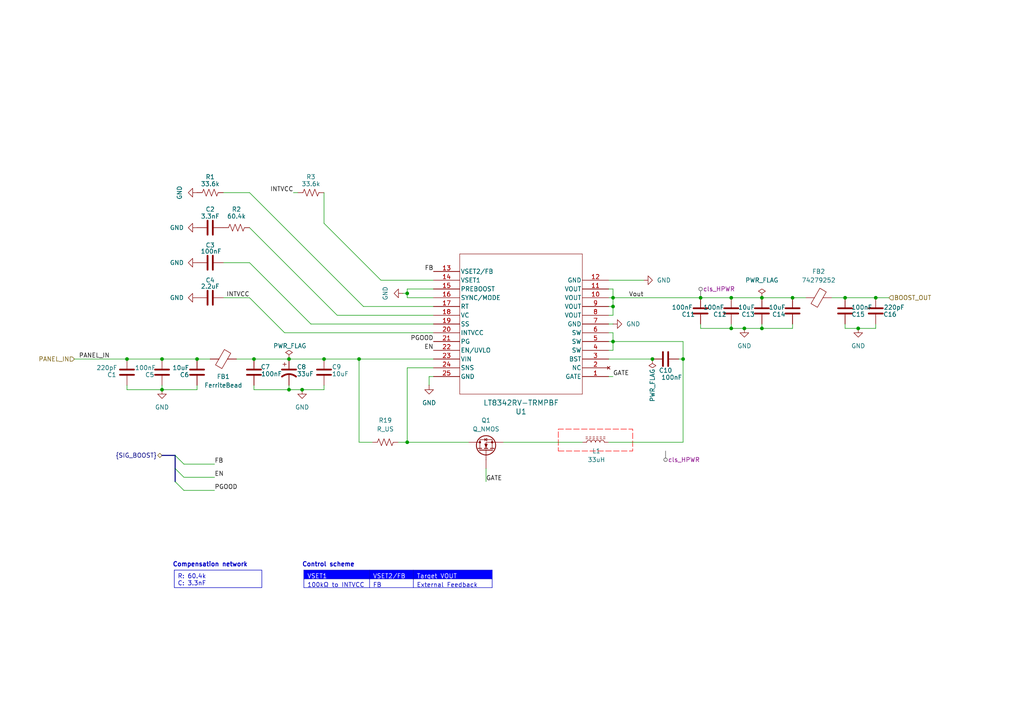
<source format=kicad_sch>
(kicad_sch (version 20250114) (generator "eeschema") (generator_version "9.0")
  (paper "A4")
  (title_block (title "Boost front-end") (rev "1") (company "Solar Airplane") (comment 1 "Engineer: Ezzat Suhaime") (comment 2 "Reviewer:"))
  (lib_symbols
    (symbol "Device:C" (pin_numbers (hide yes)) (pin_names (offset 0.254))
      (property "Reference" "C" (at 0.635 2.54 0))
      (property "Value" "C" (at 0.635 -2.54 0))
      (symbol "C_0_1"
        (polyline (pts (xy -2.032 0.762) (xy 2.032 0.762)) (stroke (width 0.508)))
        (polyline (pts (xy -2.032 -0.762) (xy 2.032 -0.762)) (stroke (width 0.508)))
      )
      (symbol "C_1_1"
        (pin passive line (at 0 3.81 270) (length 2.794) (name "~") (number "1"))
        (pin passive line (at 0 -3.81 90) (length 2.794) (name "~") (number "2"))
      )
    )
    (symbol "Device:C_Polarized_US" (pin_numbers (hide yes)) (pin_names (offset 0.254) (hide yes))
      (property "Reference" "C" (at 0.635 2.54 0))
      (property "Value" "C_Polarized_US" (at 0.635 -2.54 0))
      (symbol "C_Polarized_US_0_1"
        (polyline (pts (xy -2.032 0.762) (xy 2.032 0.762)) (stroke (width 0.508)))
        (polyline (pts (xy -1.778 2.286) (xy -0.762 2.286)))
        (polyline (pts (xy -1.27 1.778) (xy -1.27 2.794)))
        (arc (start -2.032 -1.27) (mid 0 -0.5572) (end 2.032 -1.27) (stroke (width 0.508)))
      )
      (symbol "C_Polarized_US_1_1"
        (pin passive line (at 0 3.81 270) (length 2.794) (name "~") (number "1"))
        (pin passive line (at 0 -3.81 90) (length 3.302) (name "~") (number "2"))
      )
    )
    (symbol "Device:FerriteBead" (pin_numbers (hide yes)) (pin_names (offset 0))
      (property "Reference" "FB" (at -3.81 0.635 90))
      (property "Value" "FerriteBead" (at 3.81 0 90))
      (symbol "FerriteBead_0_1"
        (polyline (pts (xy -2.7686 0.4064) (xy -1.7018 2.2606) (xy 2.7686 -0.3048) (xy 1.6764 -2.159) (xy -2.7686 0.4064)))
        (polyline (pts (xy 0 1.27) (xy 0 1.2954)))
        (polyline (pts (xy 0 -1.27) (xy 0 -1.2192)))
      )
      (symbol "FerriteBead_1_1"
        (pin passive line (at 0 3.81 270) (length 2.54) (name "~") (number "1"))
        (pin passive line (at 0 -3.81 90) (length 2.54) (name "~") (number "2"))
      )
    )
    (symbol "Device:L_Ferrite" (pin_numbers (hide yes)) (pin_names (offset 1.016) (hide yes))
      (property "Reference" "L" (at -1.27 0 90))
      (property "Value" "L_Ferrite" (at 2.794 0 90))
      (symbol "L_Ferrite_0_1"
        (arc (start 0 2.54) (mid 0.6323 1.905) (end 0 1.27))
        (arc (start 0 1.27) (mid 0.6323 0.635) (end 0 0))
        (arc (start 0 0) (mid 0.6323 -0.635) (end 0 -1.27))
        (arc (start 0 -1.27) (mid 0.6323 -1.905) (end 0 -2.54))
        (polyline (pts (xy 1.016 2.286) (xy 1.016 2.794)))
        (polyline (pts (xy 1.016 1.27) (xy 1.016 1.778)))
        (polyline (pts (xy 1.016 0.254) (xy 1.016 0.762)))
        (polyline (pts (xy 1.016 -0.762) (xy 1.016 -0.254)))
        (polyline (pts (xy 1.016 -1.778) (xy 1.016 -1.27)))
        (polyline (pts (xy 1.016 -2.794) (xy 1.016 -2.286)))
        (polyline (pts (xy 1.524 2.794) (xy 1.524 2.286)))
        (polyline (pts (xy 1.524 1.778) (xy 1.524 1.27)))
        (polyline (pts (xy 1.524 0.762) (xy 1.524 0.254)))
        (polyline (pts (xy 1.524 -0.254) (xy 1.524 -0.762)))
        (polyline (pts (xy 1.524 -1.27) (xy 1.524 -1.778)))
        (polyline (pts (xy 1.524 -2.286) (xy 1.524 -2.794)))
      )
      (symbol "L_Ferrite_1_1"
        (pin passive line (at 0 3.81 270) (length 1.27) (name "1") (number "1"))
        (pin passive line (at 0 -3.81 90) (length 1.27) (name "2") (number "2"))
      )
    )
    (symbol "Device:Q_NMOS" (pin_numbers (hide yes)) (pin_names (offset 0) (hide yes))
      (property "Reference" "Q" (at 5.08 1.27 0))
      (property "Value" "Q_NMOS" (at 5.08 -1.27 0))
      (symbol "Q_NMOS_0_1"
        (polyline (pts (xy 0.254 1.905) (xy 0.254 -1.905)) (stroke (width 0.254)))
        (polyline (pts (xy 0.254 0) (xy -2.54 0)))
        (polyline (pts (xy 0.762 2.286) (xy 0.762 1.27)) (stroke (width 0.254)))
        (polyline (pts (xy 0.762 0.508) (xy 0.762 -0.508)) (stroke (width 0.254)))
        (polyline (pts (xy 0.762 -1.27) (xy 0.762 -2.286)) (stroke (width 0.254)))
        (polyline (pts (xy 0.762 -1.778) (xy 3.302 -1.778) (xy 3.302 1.778) (xy 0.762 1.778)))
        (polyline (pts (xy 1.016 0) (xy 2.032 0.381) (xy 2.032 -0.381) (xy 1.016 0)) (fill (type outline)))
        (circle (center 1.651 0) (radius 2.794) (stroke (width 0.254)))
        (polyline (pts (xy 2.54 2.54) (xy 2.54 1.778)))
        (circle (center 2.54 1.778) (radius 0.254) (fill (type outline)))
        (circle (center 2.54 -1.778) (radius 0.254) (fill (type outline)))
        (polyline (pts (xy 2.54 -2.54) (xy 2.54 0) (xy 0.762 0)))
        (polyline (pts (xy 2.921 0.381) (xy 3.683 0.381)))
        (polyline (pts (xy 3.302 0.381) (xy 2.921 -0.254) (xy 3.683 -0.254) (xy 3.302 0.381)))
      )
      (symbol "Q_NMOS_1_1"
        (pin input line (at -5.08 0 0) (length 2.54) (name "G") (number "G"))
        (pin passive line (at 2.54 5.08 270) (length 2.54) (name "D") (number "D"))
        (pin passive line (at 2.54 -5.08 90) (length 2.54) (name "S") (number "S"))
      )
    )
    (symbol "Device:R_US" (pin_numbers (hide yes)) (pin_names (offset 0))
      (property "Reference" "R" (at 2.54 0 90))
      (property "Value" "R_US" (at -2.54 0 90))
      (symbol "R_US_0_1"
        (polyline (pts (xy 0 2.286) (xy 0 2.54)))
        (polyline (pts (xy 0 2.286) (xy 1.016 1.905) (xy 0 1.524) (xy -1.016 1.143) (xy 0 0.762)))
        (polyline (pts (xy 0 0.762) (xy 1.016 0.381) (xy 0 0) (xy -1.016 -0.381) (xy 0 -0.762)))
        (polyline (pts (xy 0 -0.762) (xy 1.016 -1.143) (xy 0 -1.524) (xy -1.016 -1.905) (xy 0 -2.286)))
        (polyline (pts (xy 0 -2.286) (xy 0 -2.54)))
      )
      (symbol "R_US_1_1"
        (pin passive line (at 0 3.81 270) (length 1.27) (name "~") (number "1"))
        (pin passive line (at 0 -3.81 90) (length 1.27) (name "~") (number "2"))
      )
    )
    (symbol "_LT8342:LT8342RV-TRMPBF" (pin_names (offset 0.254))
      (property "Reference" "U" (at 25.4 10.16 0))
      (property "Value" "LT8342RV-TRMPBF" (at 25.4 7.62 0))
      (symbol "LT8342RV-TRMPBF_0_1"
        (polyline (pts (xy 7.62 5.08) (xy 7.62 -35.56)) (stroke (width 0.127)))
        (polyline (pts (xy 7.62 -35.56) (xy 43.18 -35.56)) (stroke (width 0.127)))
        (polyline (pts (xy 43.18 5.08) (xy 7.62 5.08)) (stroke (width 0.127)))
        (polyline (pts (xy 43.18 -35.56) (xy 43.18 5.08)) (stroke (width 0.127)))
        (pin input line (at 0 0 0) (length 7.62) (name "GATE") (number "1"))
        (pin no_connect line (at 0 -2.54 0) (length 7.62) (name "NC") (number "2"))
        (pin power_in line (at 0 -5.08 0) (length 7.62) (name "BST") (number "3"))
        (pin power_in line (at 0 -17.78 0) (length 7.62) (name "VOUT") (number "8"))
        (pin power_in line (at 0 -20.32 0) (length 7.62) (name "VOUT") (number "9"))
        (pin power_in line (at 0 -22.86 0) (length 7.62) (name "VOUT") (number "10"))
        (pin power_in line (at 0 -25.4 0) (length 7.62) (name "VOUT") (number "11"))
        (pin input line (at 50.8 -2.54 180) (length 7.62) (name "SNS") (number "24"))
        (pin power_in line (at 50.8 -5.08 180) (length 7.62) (name "VIN") (number "23"))
        (pin input line (at 50.8 -7.62 180) (length 7.62) (name "EN/UVLO") (number "22"))
        (pin output line (at 50.8 -10.16 180) (length 7.62) (name "PG") (number "21"))
      )
      (symbol "LT8342RV-TRMPBF_1_1"
        (pin input line (at 0 -7.62 0) (length 7.62) (name "SW") (number "4"))
        (pin input line (at 0 -10.16 0) (length 7.62) (name "SW") (number "5"))
        (pin input line (at 0 -12.7 0) (length 7.62) (name "SW") (number "6"))
        (pin power_in line (at 0 -15.24 0) (length 7.62) (name "GND") (number "7"))
        (pin power_in line (at 0 -27.94 0) (length 7.62) (name "GND") (number "12"))
        (pin power_in line (at 50.8 0 180) (length 7.62) (name "GND") (number "25"))
        (pin input line (at 50.8 -12.7 180) (length 7.62) (name "INTVCC") (number "20"))
        (pin passive line (at 50.8 -15.24 180) (length 7.62) (name "SS") (number "19"))
        (pin passive line (at 50.8 -17.78 180) (length 7.62) (name "VC") (number "18"))
        (pin passive line (at 50.8 -20.32 180) (length 7.62) (name "RT") (number "17"))
        (pin input line (at 50.8 -22.86 180) (length 7.62) (name "SYNC/MODE") (number "16"))
        (pin passive line (at 50.8 -25.4 180) (length 7.62) (name "PREBOOST") (number "15"))
        (pin passive line (at 50.8 -27.94 180) (length 7.62) (name "VSET1") (number "14"))
        (pin input line (at 50.8 -30.48 180) (length 7.62) (name "VSET2/FB") (number "13"))
      )
    )
    (symbol "power:GND" (power) (pin_numbers (hide yes)) (pin_names (offset 0) (hide yes))
      (property "Value" "GND" (at 0 -3.81 0))
      (symbol "GND_0_1"
        (polyline (pts (xy 0 0) (xy 0 -1.27) (xy 1.27 -1.27) (xy 0 -2.54) (xy -1.27 -1.27) (xy 0 -1.27)))
      )
      (symbol "GND_1_1"
        (pin power_in line (at 0 0 270) (length 0) (name "~") (number "1"))
      )
    )
    (symbol "power:PWR_FLAG" (power) (pin_numbers (hide yes)) (pin_names (offset 0) (hide yes))
      (property "Value" "PWR_FLAG" (at 0 3.81 0))
      (symbol "PWR_FLAG_0_0"
        (pin power_out line (at 0 0 90) (length 0) (name "~") (number "1"))
      )
      (symbol "PWR_FLAG_0_1"
        (polyline (pts (xy 0 0) (xy 0 1.27) (xy -1.016 1.905) (xy 0 2.54) (xy 1.016 1.905) (xy 0 1.27)))
      )
    )
  )
  (bus_alias "SIG_BOOST" (members "EN" "PGOOD" "FB"))
  (text "Control scheme" (at 95.25 163.83 0) (effects (font (size 1.27 1.27) (thickness 0.254) (bold yes))))
  (text "Compensation network" (at 60.96 163.83 0) (effects (font (size 1.27 1.27) (thickness 0.254) (bold yes))))
  (text_box "R: 60.4k\nC: 3.3nF" (at 50.546 165.354 0) (size 25.4 5.08) (margins 0.9525 0.9525 0.9525 0.9525) (effects (font (size 1.27 1.27) (thickness 0.1588)) (justify left top)))
  (junction (at 220.98 86.36))
  (junction (at 46.99 113.03))
  (junction (at 203.2 86.36))
  (junction (at 220.98 95.25))
  (junction (at 198.12 104.14))
  (junction (at 177.8 86.36))
  (junction (at 229.87 86.36))
  (junction (at 254 86.36))
  (junction (at 189.23 104.14))
  (junction (at 87.63 113.03))
  (junction (at 46.99 104.14))
  (junction (at 83.82 113.03))
  (junction (at 118.11 85.09))
  (junction (at 248.92 95.25))
  (junction (at 177.8 99.06))
  (junction (at 215.9 95.25))
  (junction (at 93.98 104.14))
  (junction (at 212.09 86.36))
  (junction (at 73.66 104.14))
  (junction (at 104.14 104.14))
  (junction (at 177.8 88.9))
  (junction (at 212.09 95.25))
  (junction (at 245.11 86.36))
  (junction (at 118.11 128.27))
  (junction (at 57.15 104.14))
  (junction (at 36.83 104.14))
  (junction (at 83.82 104.14))
  (bus_entry (at 50.8 135.89) (size 2.54 2.54))
  (bus_entry (at 50.8 139.7) (size 2.54 2.54))
  (bus_entry (at 50.8 132.08) (size 2.54 2.54))
  (wire (pts (xy 177.8 91.44) (xy 177.8 88.9)))
  (wire (pts (xy 177.8 86.36) (xy 177.8 83.82)))
  (wire (pts (xy 212.09 95.25) (xy 212.09 93.98)))
  (wire (pts (xy 124.46 109.22) (xy 124.46 111.76)))
  (wire (pts (xy 220.98 95.25) (xy 229.87 95.25)))
  (wire (pts (xy 36.83 104.14) (xy 46.99 104.14)))
  (bus (pts (xy 50.8 132.08) (xy 50.8 135.89)))
  (wire (pts (xy 46.99 113.03) (xy 36.83 113.03)))
  (wire (pts (xy 220.98 86.36) (xy 229.87 86.36)))
  (wire (pts (xy 118.11 83.82) (xy 125.73 83.82)))
  (wire (pts (xy 118.11 128.27) (xy 115.57 128.27)))
  (wire (pts (xy 110.49 81.28) (xy 125.73 81.28)))
  (wire (pts (xy 83.82 113.03) (xy 87.63 113.03)))
  (wire (pts (xy 36.83 111.76) (xy 36.83 113.03)))
  (wire (pts (xy 46.99 113.03) (xy 57.15 113.03)))
  (wire (pts (xy 176.53 99.06) (xy 177.8 99.06)))
  (wire (pts (xy 140.97 139.7) (xy 140.97 135.89)))
  (wire (pts (xy 125.73 86.36) (xy 118.11 86.36)))
  (wire (pts (xy 198.12 104.14) (xy 198.12 99.06)))
  (wire (pts (xy 245.11 95.25) (xy 248.92 95.25)))
  (wire (pts (xy 212.09 95.25) (xy 215.9 95.25)))
  (wire (pts (xy 176.53 101.6) (xy 177.8 101.6)))
  (wire (pts (xy 125.73 106.68) (xy 118.11 106.68)))
  (wire (pts (xy 176.53 104.14) (xy 189.23 104.14)))
  (wire (pts (xy 72.39 86.36) (xy 82.55 96.52)))
  (wire (pts (xy 177.8 83.82) (xy 176.53 83.82)))
  (wire (pts (xy 87.63 113.03) (xy 93.98 113.03)))
  (wire (pts (xy 93.98 64.77) (xy 110.49 81.28)))
  (wire (pts (xy 177.8 91.44) (xy 176.53 91.44)))
  (wire (pts (xy 116.84 85.09) (xy 118.11 85.09)))
  (wire (pts (xy 203.2 95.25) (xy 203.2 93.98)))
  (wire (pts (xy 176.53 96.52) (xy 177.8 96.52)))
  (wire (pts (xy 177.8 88.9) (xy 176.53 88.9)))
  (wire (pts (xy 220.98 95.25) (xy 220.98 93.98)))
  (wire (pts (xy 104.14 104.14) (xy 125.73 104.14)))
  (wire (pts (xy 72.39 55.88) (xy 105.41 88.9)))
  (wire (pts (xy 135.89 128.27) (xy 118.11 128.27)))
  (wire (pts (xy 104.14 104.14) (xy 104.14 128.27)))
  (wire (pts (xy 53.34 142.24) (xy 62.23 142.24)))
  (wire (pts (xy 46.99 113.03) (xy 46.99 111.76)))
  (wire (pts (xy 118.11 106.68) (xy 118.11 128.27)))
  (wire (pts (xy 198.12 104.14) (xy 196.85 104.14)))
  (wire (pts (xy 168.91 128.27) (xy 146.05 128.27)))
  (wire (pts (xy 176.53 109.22) (xy 177.8 109.22)))
  (wire (pts (xy 254 86.36) (xy 257.81 86.36)))
  (wire (pts (xy 83.82 104.14) (xy 93.98 104.14)))
  (wire (pts (xy 21.59 104.14) (xy 36.83 104.14)))
  (wire (pts (xy 93.98 113.03) (xy 93.98 111.76)))
  (wire (pts (xy 203.2 95.25) (xy 212.09 95.25)))
  (bus (pts (xy 46.99 132.08) (xy 50.8 132.08)))
  (wire (pts (xy 245.11 86.36) (xy 254 86.36)))
  (wire (pts (xy 215.9 95.25) (xy 220.98 95.25)))
  (wire (pts (xy 85.09 55.88) (xy 86.36 55.88)))
  (wire (pts (xy 64.77 55.88) (xy 72.39 55.88)))
  (wire (pts (xy 245.11 93.98) (xy 245.11 95.25)))
  (wire (pts (xy 53.34 138.43) (xy 62.23 138.43)))
  (wire (pts (xy 177.8 99.06) (xy 177.8 101.6)))
  (wire (pts (xy 105.41 88.9) (xy 125.73 88.9)))
  (wire (pts (xy 176.53 128.27) (xy 198.12 128.27)))
  (wire (pts (xy 177.8 99.06) (xy 198.12 99.06)))
  (wire (pts (xy 125.73 109.22) (xy 124.46 109.22)))
  (wire (pts (xy 72.39 86.36) (xy 64.77 86.36)))
  (wire (pts (xy 229.87 86.36) (xy 233.68 86.36)))
  (wire (pts (xy 72.39 66.04) (xy 97.79 91.44)))
  (wire (pts (xy 90.17 93.98) (xy 125.73 93.98)))
  (wire (pts (xy 212.09 86.36) (xy 220.98 86.36)))
  (wire (pts (xy 229.87 95.25) (xy 229.87 93.98)))
  (wire (pts (xy 64.77 76.2) (xy 72.39 76.2)))
  (bus (pts (xy 50.8 135.89) (xy 50.8 139.7)))
  (wire (pts (xy 177.8 86.36) (xy 203.2 86.36)))
  (wire (pts (xy 46.99 104.14) (xy 57.15 104.14)))
  (wire (pts (xy 177.8 96.52) (xy 177.8 99.06)))
  (wire (pts (xy 57.15 104.14) (xy 60.96 104.14)))
  (wire (pts (xy 97.79 91.44) (xy 125.73 91.44)))
  (wire (pts (xy 93.98 55.88) (xy 93.98 64.77)))
  (wire (pts (xy 107.95 128.27) (xy 104.14 128.27)))
  (wire (pts (xy 254 93.98) (xy 254 95.25)))
  (wire (pts (xy 73.66 111.76) (xy 73.66 113.03)))
  (wire (pts (xy 203.2 86.36) (xy 212.09 86.36)))
  (wire (pts (xy 248.92 95.25) (xy 254 95.25)))
  (wire (pts (xy 186.69 81.28) (xy 176.53 81.28)))
  (wire (pts (xy 82.55 96.52) (xy 125.73 96.52)))
  (wire (pts (xy 177.8 88.9) (xy 177.8 86.36)))
  (wire (pts (xy 72.39 76.2) (xy 90.17 93.98)))
  (wire (pts (xy 118.11 85.09) (xy 118.11 86.36)))
  (wire (pts (xy 198.12 104.14) (xy 198.12 128.27)))
  (wire (pts (xy 177.8 93.98) (xy 176.53 93.98)))
  (wire (pts (xy 83.82 113.03) (xy 73.66 113.03)))
  (wire (pts (xy 53.34 134.62) (xy 62.23 134.62)))
  (wire (pts (xy 68.58 104.14) (xy 73.66 104.14)))
  (wire (pts (xy 93.98 104.14) (xy 104.14 104.14)))
  (wire (pts (xy 118.11 83.82) (xy 118.11 85.09)))
  (wire (pts (xy 241.3 86.36) (xy 245.11 86.36)))
  (wire (pts (xy 83.82 113.03) (xy 83.82 111.76)))
  (wire (pts (xy 57.15 111.76) (xy 57.15 113.03)))
  (wire (pts (xy 73.66 104.14) (xy 83.82 104.14)))
  (wire (pts (xy 177.8 86.36) (xy 176.53 86.36)))
  (table (column_count 3) (border (external yes) (header yes)) (separators (rows yes) (cols yes)) (column_widths 19.05 12.7 22.86) (row_heights 2.54 2.54) (cells (table_cell "VSET1" (at 88.138 165.354 0) (size 19.05 2.54) (margins 0.9525 0.9525 0.9525 0.9525) (span 1 1) (fill (type color) (color 0 0 255 1))) (table_cell "VSET2/FB" (at 107.188 165.354 0) (size 12.7 2.54) (margins 0.9525 0.9525 0.9525 0.9525) (span 1 1) (fill (type color) (color 0 0 255 1))) (table_cell "Target VOUT" (at 119.888 165.354 0) (size 22.86 2.54) (margins 0.9525 0.9525 0.9525 0.9525) (span 1 1) (fill (type color) (color 0 0 255 1))) (table_cell "100kΩ to INTVCC" (at 88.138 167.894 0) (size 19.05 2.54) (margins 0.9525 0.9525 0.9525 0.9525) (span 1 1)) (table_cell "FB" (at 107.188 167.894 0) (size 12.7 2.54) (margins 0.9525 0.9525 0.9525 0.9525) (span 1 1)) (table_cell "External Feedback" (at 119.888 167.894 0) (size 22.86 2.54) (margins 0.9525 0.9525 0.9525 0.9525) (span 1 1))))
  (label "FB" (at 125.73 78.74 180))
  (label "EN" (at 125.73 101.6 180))
  (label "EN" (at 62.23 138.43 0))
  (label "GATE" (at 140.97 139.7 0))
  (label "PGOOD" (at 125.73 99.06 180))
  (label "Vout" (at 186.69 86.36 180))
  (label "FB" (at 62.23 134.62 0))
  (label "INTVCC" (at 72.39 86.36 180))
  (label "GATE" (at 177.8 109.22 0))
  (label "PANEL_IN" (at 22.86 104.14 0))
  (label "PGOOD" (at 62.23 142.24 0))
  (label "INTVCC" (at 85.09 55.88 180))
  (hierarchical_label "BOOST_OUT" (shape input) (at 257.81 86.36 0))
  (hierarchical_label "{SIG_BOOST}" (shape bidirectional) (at 46.99 132.08 180))
  (hierarchical_label "PANEL_IN" (shape input) (at 21.59 104.14 180))
  (rule_area (polyline (pts (xy 161.925 130.81) (xy 183.515 130.81) (xy 183.515 124.46) (xy 161.925 124.46)) (stroke (width 0) (type dash))))
  (netclass_flag "" (length 2.54) (shape round) (at 193.04 130.81 180) (property "Netclass" "cls_HPWR" (at 193.7385 133.35 0) (effects (justify left))))
  (netclass_flag "" (length 2.54) (shape round) (at 203.2 86.36 0) (property "Netclass" "cls_HPWR" (at 203.8985 83.82 0) (effects (justify left))))
  (symbol (lib_id "Device:C") (at 212.09 90.17 0) (unit 1)
    (property "Reference" "C12" (at 208.788 91.186 0))
    (property "Value" "100nF" (at 207.01 89.154 0))
    (property "Footprint" "Capacitor_SMD:C_0603_1608Metric" (effects (hide yes)))
    (property "Datasheet" "https://datasheets.kyocera-avx.com/AutoMLCC.pdf" (effects (hide yes)))
    (property "Description" "CAP CER 0.1UF 50V X7R 0603" (effects (hide yes)))
    (property "Mfr" "KYOCERA AVX" (effects (hide yes)))
    (property "Mfr P/N" "06035C104K4T2A" (effects (hide yes)))
    (property "Supplier_1" "Digikey" (effects (hide yes)))
    (property "Supplier_1 P/N" "478-KAM15AR71H104KTTR-ND" (effects (hide yes)))
    (property "Supplier_1 Unit Price" "0.10000" (effects (hide yes)))
    (property "Supplier_1 Price @ Qty" "1" (effects (hide yes)))
    (instances (project "PowerBoard" (path "" (reference "C12") (unit 1)) (path "" (reference "C39") (unit 1))))
  )
  (symbol (lib_id "Device:C") (at 203.2 90.17 0) (unit 1)
    (property "Reference" "C11" (at 199.644 91.186 0))
    (property "Value" "100nF" (at 197.866 89.154 0))
    (property "Footprint" "Capacitor_SMD:C_0603_1608Metric" (effects (hide yes)))
    (property "Datasheet" "https://datasheets.kyocera-avx.com/AutoMLCC.pdf" (effects (hide yes)))
    (property "Description" "CAP CER 0.1UF 50V X7R 0603" (effects (hide yes)))
    (property "Mfr" "KYOCERA AVX" (effects (hide yes)))
    (property "Mfr P/N" "06035C104K4T2A" (effects (hide yes)))
    (property "Supplier_1" "Digikey" (effects (hide yes)))
    (property "Supplier_1 P/N" "478-KAM15AR71H104KTTR-ND" (effects (hide yes)))
    (property "Supplier_1 Unit Price" "0.10000" (effects (hide yes)))
    (property "Supplier_1 Price @ Qty" "1" (effects (hide yes)))
    (instances (project "PowerBoard" (path "" (reference "C11") (unit 1)) (path "" (reference "C38") (unit 1))))
  )
  (symbol (lib_id "power:GND") (at 186.69 81.28 90) (unit 1)
    (property "Reference" "#PWR012" (effects (hide yes)))
    (property "Value" "GND" (at 190.5 81.2801 90) (effects (justify right)))
    (property "Description" "Power symbol creates a global label with name \"GND\" , ground" (effects (hide yes)))
    (instances (project "PowerBoard" (path "" (reference "#PWR012") (unit 1)) (path "" (reference "#PWR048") (unit 1))))
  )
  (symbol (lib_id "Device:R_US") (at 60.96 55.88 90) (unit 1)
    (property "Reference" "R1" (at 60.96 51.308 90))
    (property "Value" "33.6k" (at 60.96 53.34 90))
    (property "Footprint" "Resistor_SMD:R_0603_1608Metric" (effects (hide yes)))
    (property "Datasheet" "https://www.koaspeer.com/pdfs/RN73R.pdf" (effects (hide yes)))
    (property "Description" "RES 33.6K OHM 0.1% 1/10W 0603" (effects (hide yes)))
    (property "Mfr" "KOA Speer Electronics, Inc." (effects (hide yes)))
    (property "Mfr P/N" "RN73R1JTTD3362B25" (effects (hide yes)))
    (property "Supplier_1" "Digikey" (effects (hide yes)))
    (property "Supplier_1 P/N" "2019-RN73R1JTTD3362B25TR-ND" (effects (hide yes)))
    (property "Supplier_1 Unit Price" "0.04314" (effects (hide yes)))
    (property "Supplier_1 Price @ Qty" "1" (effects (hide yes)))
    (instances (project "PowerBoard" (path "" (reference "R1") (unit 1)) (path "" (reference "R21") (unit 1))))
  )
  (symbol (lib_id "Device:C") (at 60.96 66.04 90) (unit 1)
    (property "Reference" "C2" (at 60.96 60.706 90))
    (property "Value" "3.3nF" (at 60.96 62.738 90))
    (property "Footprint" "Capacitor_SMD:C_0603_1608Metric" (effects (hide yes)))
    (property "Datasheet" "https://search.murata.co.jp/Ceramy/image/img/A01X/G101/ENG/GCM1885C1H332FA16-01A.pdf" (effects (hide yes)))
    (property "Description" "CAP CER 3300PF 50V C0G/NP0 0603" (effects (hide yes)))
    (property "Mfr" "Murata Electronics" (effects (hide yes)))
    (property "Mfr P/N" "GCM1885C1H332FA16D" (effects (hide yes)))
    (property "Supplier_1" "Digikey" (effects (hide yes)))
    (property "Supplier_1 P/N" "490-GCM1885C1H332FA16DTR-ND" (effects (hide yes)))
    (property "Supplier_1 Unit Price" "0.17000" (effects (hide yes)))
    (property "Supplier_1 Price @ Qty" "1" (effects (hide yes)))
    (instances (project "PowerBoard" (path "" (reference "C2") (unit 1)) (path "" (reference "C29") (unit 1))))
  )
  (symbol (lib_id "Device:FerriteBead") (at 64.77 104.14 90) (unit 1)
    (property "Reference" "FB1" (at 64.77 109.22 90))
    (property "Value" "FerriteBead" (at 64.77 111.76 90))
    (property "Footprint" "Capacitor_SMD:C_2220_5750Metric" (effects (hide yes)))
    (property "Datasheet" "https://www.laird.com/document/datasheet/hr2220v701r-10-datasheet" (effects (hide yes)))
    (property "Description" "FERRITE BEAD 700 OHM 2220 1LN" (effects (hide yes)))
    (property "Mfr" "Laird-Signal Integrity Products" (effects (hide yes)))
    (property "Mfr P/N" "HR2220V701R-10" (effects (hide yes)))
    (property "Supplier_1" "Digikey" (effects (hide yes)))
    (property "Supplier_1 P/N" "240-HR2220V701R-10TR-ND" (effects (hide yes)))
    (property "Supplier_1 Unit Price" "2.57000" (effects (hide yes)))
    (property "Supplier_1 Price @ Qty" "1" (effects (hide yes)))
    (instances (project "PowerBoard" (path "" (reference "FB1") (unit 1)) (path "" (reference "FB3") (unit 1))))
  )
  (symbol (lib_id "power:GND") (at 46.99 113.03 0) (unit 1)
    (property "Reference" "#PWR08" (effects (hide yes)))
    (property "Value" "GND" (at 46.99 118.11 0))
    (property "Description" "Power symbol creates a global label with name \"GND\" , ground" (effects (hide yes)))
    (instances (project "PowerBoard" (path "" (reference "#PWR08") (unit 1)) (path "" (reference "#PWR044") (unit 1))))
  )
  (symbol (lib_id "Device:C") (at 245.11 90.17 0) (unit 1)
    (property "Reference" "C15" (at 248.92 91.186 0))
    (property "Value" "100nF" (at 249.936 89.154 0))
    (property "Footprint" "Capacitor_SMD:C_0603_1608Metric" (effects (hide yes)))
    (property "Datasheet" "https://datasheets.kyocera-avx.com/AutoMLCC.pdf" (effects (hide yes)))
    (property "Description" "CAP CER 0.1UF 50V X7R 0603" (effects (hide yes)))
    (property "Mfr" "KYOCERA AVX" (effects (hide yes)))
    (property "Mfr P/N" "06035C104K4T2A" (effects (hide yes)))
    (property "Supplier_1" "Digikey" (effects (hide yes)))
    (property "Supplier_1 P/N" "478-KAM15AR71H104KTTR-ND" (effects (hide yes)))
    (property "Supplier_1 Unit Price" "0.10000" (effects (hide yes)))
    (property "Supplier_1 Price @ Qty" "1" (effects (hide yes)))
    (instances (project "PowerBoard" (path "" (reference "C15") (unit 1)) (path "" (reference "C42") (unit 1))))
  )
  (symbol (lib_id "Device:C") (at 93.98 107.95 180) (unit 1)
    (property "Reference" "C9" (at 96.266 106.426 0) (effects (justify right)))
    (property "Value" "10uF" (at 96.266 108.458 0) (effects (justify right)))
    (property "Footprint" "Capacitor_SMD:C_0805_2012Metric" (effects (hide yes)))
    (property "Datasheet" "https://search.murata.co.jp/Ceramy/image/img/A01X/G101/ENG/GRM21BR61H106KE43-01A.pdf" (effects (hide yes)))
    (property "Description" "CAP CER 10UF 50V X5R 0805" (effects (hide yes)))
    (property "Mfr" "Murata Electronics" (effects (hide yes)))
    (property "Mfr P/N" "GRM21BR61H106KE43L" (effects (hide yes)))
    (property "Supplier_1" "Digikey" (effects (hide yes)))
    (property "Supplier_1 P/N" "490-18663-2-ND" (effects (hide yes)))
    (property "Supplier_1 Unit Price" "0.28000" (effects (hide yes)))
    (property "Supplier_1 Price @ Qty" "1" (effects (hide yes)))
    (instances (project "PowerBoard" (path "" (reference "C9") (unit 1)) (path "" (reference "C36") (unit 1))))
  )
  (symbol (lib_id "power:GND") (at 177.8 93.98 90) (unit 1)
    (property "Reference" "#PWR013" (effects (hide yes)))
    (property "Value" "GND" (at 181.61 93.9801 90) (effects (justify right)))
    (property "Description" "Power symbol creates a global label with name \"GND\" , ground" (effects (hide yes)))
    (instances (project "PowerBoard" (path "" (reference "#PWR013") (unit 1)) (path "" (reference "#PWR049") (unit 1))))
  )
  (symbol (lib_id "power:GND") (at 116.84 85.09 270) (unit 1)
    (property "Reference" "#PWR010" (effects (hide yes)))
    (property "Value" "GND" (at 111.76 85.09 0))
    (property "Description" "Power symbol creates a global label with name \"GND\" , ground" (effects (hide yes)))
    (instances (project "PowerBoard" (path "" (reference "#PWR010") (unit 1)) (path "" (reference "#PWR046") (unit 1))))
  )
  (symbol (lib_id "power:GND") (at 124.46 111.76 0) (unit 1)
    (property "Reference" "#PWR011" (effects (hide yes)))
    (property "Value" "GND" (at 124.46 116.84 0))
    (property "Description" "Power symbol creates a global label with name \"GND\" , ground" (effects (hide yes)))
    (instances (project "" (path "" (reference "#PWR011") (unit 1)) (path "" (reference "#PWR047") (unit 1))))
  )
  (symbol (lib_id "power:GND") (at 87.63 113.03 0) (unit 1)
    (property "Reference" "#PWR09" (effects (hide yes)))
    (property "Value" "GND" (at 87.63 118.11 0))
    (property "Description" "Power symbol creates a global label with name \"GND\" , ground" (effects (hide yes)))
    (instances (project "PowerBoard" (path "" (reference "#PWR09") (unit 1)) (path "" (reference "#PWR045") (unit 1))))
  )
  (symbol (lib_id "Device:R_US") (at 68.58 66.04 90) (unit 1)
    (property "Reference" "R2" (at 68.58 60.706 90))
    (property "Value" "60.4k" (at 68.58 62.738 90))
    (property "Footprint" "Resistor_SMD:R_0603_1608Metric" (effects (hide yes)))
    (property "Datasheet" "https://www.koaspeer.com/pdfs/RN73H.pdf" (effects (hide yes)))
    (property "Description" "RES 60.4K OHM 0.1% 1/10W 0603" (effects (hide yes)))
    (property "Mfr" "KOA Speer Electronics, Inc." (effects (hide yes)))
    (property "Mfr P/N" "RN73H1JTTD6042B25" (effects (hide yes)))
    (property "Supplier_1" "Digikey" (effects (hide yes)))
    (property "Supplier_1 P/N" "2019-RN73H1JTTD6042B25TR-ND" (effects (hide yes)))
    (property "Supplier_1 Unit Price" "0.10000" (effects (hide yes)))
    (property "Supplier_1 Price @ Qty" "1" (effects (hide yes)))
    (instances (project "PowerBoard" (path "" (reference "R2") (unit 1)) (path "" (reference "R22") (unit 1))))
  )
  (symbol (lib_id "power:GND") (at 57.15 66.04 270) (unit 1)
    (property "Reference" "#PWR05" (effects (hide yes)))
    (property "Value" "GND" (at 53.34 66.0399 90) (effects (justify right)))
    (property "Description" "Power symbol creates a global label with name \"GND\" , ground" (effects (hide yes)))
    (instances (project "PowerBoard" (path "" (reference "#PWR05") (unit 1)) (path "" (reference "#PWR041") (unit 1))))
  )
  (symbol (lib_id "Device:C") (at 60.96 86.36 90) (unit 1)
    (property "Reference" "C4" (at 60.96 81.28 90))
    (property "Value" "2.2uF" (at 60.96 83.058 90))
    (property "Footprint" "Capacitor_SMD:C_0603_1608Metric" (effects (hide yes)))
    (property "Datasheet" "https://search.murata.co.jp/Ceramy/image/img/A01X/G101/ENG/GRT188R61H225KE13-01.pdf" (effects (hide yes)))
    (property "Description" "CAP CER 2.2UF 50V X5R 0603" (effects (hide yes)))
    (property "Mfr" "Murata Electronics" (effects (hide yes)))
    (property "Mfr P/N" "GRT188R61H225KE13D" (effects (hide yes)))
    (property "Supplier_1" "Digikey" (effects (hide yes)))
    (property "Supplier_1 P/N" "490-12332-2-ND" (effects (hide yes)))
    (property "Supplier_1 Unit Price" "0.27000" (effects (hide yes)))
    (property "Supplier_1 Price @ Qty" "1" (effects (hide yes)))
    (instances (project "PowerBoard" (path "" (reference "C4") (unit 1)) (path "" (reference "C31") (unit 1))))
  )
  (symbol (lib_id "Device:C") (at 57.15 107.95 180) (unit 1)
    (property "Reference" "C6" (at 54.864 108.712 0) (effects (justify left)))
    (property "Value" "10uF" (at 54.864 106.68 0) (effects (justify left)))
    (property "Footprint" "Capacitor_SMD:C_0805_2012Metric" (effects (hide yes)))
    (property "Datasheet" "https://search.murata.co.jp/Ceramy/image/img/A01X/G101/ENG/GRM21BR61H106KE43-01A.pdf" (effects (hide yes)))
    (property "Description" "CAP CER 10UF 50V X5R 0805" (effects (hide yes)))
    (property "Mfr" "Murata Electronics" (effects (hide yes)))
    (property "Mfr P/N" "GRM21BR61H106KE43L" (effects (hide yes)))
    (property "Supplier_1" "Digikey" (effects (hide yes)))
    (property "Supplier_1 P/N" "490-18663-2-ND" (effects (hide yes)))
    (property "Supplier_1 Unit Price" "0.28000" (effects (hide yes)))
    (property "Supplier_1 Price @ Qty" "1" (effects (hide yes)))
    (instances (project "PowerBoard" (path "" (reference "C6") (unit 1)) (path "" (reference "C33") (unit 1))))
  )
  (symbol (lib_id "power:PWR_FLAG") (at 189.23 104.14 180) (unit 1)
    (property "Reference" "#FLG04" (effects (hide yes)))
    (property "Value" "PWR_FLAG" (at 189.23 111.76 90))
    (property "Description" "Special symbol for telling ERC where power comes from" (effects (hide yes)))
    (instances (project "PowerBoard" (path "" (reference "#FLG04") (unit 1)) (path "" (reference "#FLG08") (unit 1))))
  )
  (symbol (lib_id "Device:R_US") (at 111.76 128.27 90) (unit 1)
    (property "Reference" "R19" (at 111.76 121.92 90))
    (property "Value" "R_US" (at 111.76 124.46 90))
    (property "Footprint" "Resistor_SMD:R_0603_1608Metric" (effects (hide yes)))
    (property "Description" "Resistor, US symbol" (effects (hide yes)))
    (instances (project "" (path "" (reference "R19") (unit 1)) (path "" (reference "R20") (unit 1))))
  )
  (symbol (lib_id "Device:C") (at 36.83 107.95 180) (unit 1)
    (property "Reference" "C1" (at 33.782 108.712 0) (effects (justify left)))
    (property "Value" "220pF" (at 34.036 106.68 0) (effects (justify left)))
    (property "Footprint" "Capacitor_SMD:C_0603_1608Metric" (effects (hide yes)))
    (property "Datasheet" "https://search.murata.co.jp/Ceramy/image/img/A01X/G101/ENG/GCM1885C2A221FA16-01A.pdf" (effects (hide yes)))
    (property "Description" "CAP CER 220PF 100V C0G/NP0 0603" (effects (hide yes)))
    (property "Mfr" "Murata Electronics" (effects (hide yes)))
    (property "Mfr P/N" "GCM1885C2A221FA16J" (effects (hide yes)))
    (property "Supplier_1" "Digikey" (effects (hide yes)))
    (property "Supplier_1 P/N" "490-GCM1885C2A221FA16JTR-ND" (effects (hide yes)))
    (property "Supplier_1 Unit Price" "0.14000" (effects (hide yes)))
    (property "Supplier_1 Price @ Qty" "1" (effects (hide yes)))
    (instances (project "PowerBoard" (path "" (reference "C1") (unit 1)) (path "" (reference "C28") (unit 1))))
  )
  (symbol (lib_id "Device:C_Polarized_US") (at 83.82 107.95 0) (unit 1)
    (property "Reference" "C8" (at 86.106 106.426 0) (effects (justify left)))
    (property "Value" "33uF" (at 86.106 108.458 0) (effects (justify left)))
    (property "Footprint" "Capacitor_SMD:CP_Elec_6.3x5.8" (effects (hide yes)))
    (property "Datasheet" "https://www.nichicon.com/getmedia/e81179b7-b412-41ac-a1fa-a43e98460ea8/e-gya.pdf" (effects (hide yes)))
    (property "Description" "CAP ALUM HYBRID 33UF 20% 50V SMD" (effects (hide yes)))
    (property "Mfr" "Nichicon" (effects (hide yes)))
    (property "Mfr P/N" "GYA1H330MCQ1GS" (effects (hide yes)))
    (property "Supplier_1" "Digikey" (effects (hide yes)))
    (property "Supplier_1 P/N" "493-16369-2-ND" (effects (hide yes)))
    (property "Supplier_1 Unit Price" "1.06000" (effects (hide yes)))
    (property "Supplier_1 Price @ Qty" "1" (effects (hide yes)))
    (instances (project "PowerBoard" (path "" (reference "C8") (unit 1)) (path "" (reference "C35") (unit 1))))
  )
  (symbol (lib_id "Device:C") (at 220.98 90.17 180) (unit 1)
    (property "Reference" "C13" (at 218.948 91.186 0) (effects (justify left)))
    (property "Value" "10uF" (at 218.948 89.154 0) (effects (justify left)))
    (property "Footprint" "Capacitor_SMD:C_0805_2012Metric" (effects (hide yes)))
    (property "Datasheet" "https://search.murata.co.jp/Ceramy/image/img/A01X/G101/ENG/GRM21BR61H106KE43-01A.pdf" (effects (hide yes)))
    (property "Description" "CAP CER 10UF 50V X5R 0805" (effects (hide yes)))
    (property "Mfr" "Murata Electronics" (effects (hide yes)))
    (property "Mfr P/N" "GRM21BR61H106KE43L" (effects (hide yes)))
    (property "Supplier_1" "Digikey" (effects (hide yes)))
    (property "Supplier_1 P/N" "490-18663-2-ND" (effects (hide yes)))
    (property "Supplier_1 Unit Price" "0.28000" (effects (hide yes)))
    (property "Supplier_1 Price @ Qty" "1" (effects (hide yes)))
    (instances (project "PowerBoard" (path "" (reference "C13") (unit 1)) (path "" (reference "C40") (unit 1))))
  )
  (symbol (lib_id "Device:FerriteBead") (at 237.49 86.36 90) (unit 1)
    (property "Reference" "FB2" (at 237.4392 78.74 90))
    (property "Value" "74279252" (at 237.4392 81.28 90))
    (property "Footprint" "Inductor_SMD:L_1812_4532Metric" (effects (hide yes)))
    (property "Datasheet" "https://www.we-online.com/components/products/datasheet/74279252.pdf" (effects (hide yes)))
    (property "Description" "FERRITE BEAD 880 OHM 1812 1LN" (effects (hide yes)))
    (property "Mfr" "Würth Elektronik" (effects (hide yes)))
    (property "Mfr P/N" "74279252" (effects (hide yes)))
    (property "Supplier_1" "Digikey" (effects (hide yes)))
    (property "Supplier_1 P/N" "732-13782-2-ND" (effects (hide yes)))
    (property "Supplier_1 Unit Price" "0.30000" (effects (hide yes)))
    (property "Supplier_1 Price @ Qty" "1" (effects (hide yes)))
    (instances (project "PowerBoard" (path "" (reference "FB2") (unit 1)) (path "" (reference "FB4") (unit 1))))
  )
  (symbol (lib_id "Device:C") (at 46.99 107.95 180) (unit 1)
    (property "Reference" "C5" (at 43.434 108.712 0))
    (property "Value" "100nF" (at 42.164 106.68 0))
    (property "Footprint" "Capacitor_SMD:C_0603_1608Metric" (effects (hide yes)))
    (property "Datasheet" "https://datasheets.kyocera-avx.com/AutoMLCC.pdf" (effects (hide yes)))
    (property "Description" "CAP CER 0.1UF 50V X7R 0603" (effects (hide yes)))
    (property "Mfr" "KYOCERA AVX" (effects (hide yes)))
    (property "Mfr P/N" "06035C104K4T2A" (effects (hide yes)))
    (property "Supplier_1" "Digikey" (effects (hide yes)))
    (property "Supplier_1 P/N" "478-KAM15AR71H104KTTR-ND" (effects (hide yes)))
    (property "Supplier_1 Unit Price" "0.10000" (effects (hide yes)))
    (property "Supplier_1 Price @ Qty" "1" (effects (hide yes)))
    (instances (project "PowerBoard" (path "" (reference "C5") (unit 1)) (path "" (reference "C32") (unit 1))))
  )
  (symbol (lib_id "power:GND") (at 248.92 95.25 0) (unit 1)
    (property "Reference" "#PWR015" (effects (hide yes)))
    (property "Value" "GND" (at 248.92 100.33 0))
    (property "Description" "Power symbol creates a global label with name \"GND\" , ground" (effects (hide yes)))
    (instances (project "PowerBoard" (path "" (reference "#PWR015") (unit 1)) (path "" (reference "#PWR051") (unit 1))))
  )
  (symbol (lib_id "Device:L_Ferrite") (at 172.72 128.27 90) (unit 1)
    (property "Reference" "L1" (at 172.974 130.81 90))
    (property "Value" "33uH" (at 172.974 133.35 90))
    (property "Footprint" "_Power_Board:IND_SER2918H-333KL" (effects (hide yes)))
    (property "Datasheet" "https://www.coilcraft.com/getmedia/a2805f49-c9b8-42c0-9939-b2d75eed7288/ser2900.pdf" (effects (hide yes)))
    (property "Description" "Inductor with ferrite core" (effects (hide yes)))
    (property "Mfr" "Coilcraft" (effects (hide yes)))
    (property "Mfr P/N" "SER2918H-333KL" (effects (hide yes)))
    (property "Supplier_1" "Digikey" (effects (hide yes)))
    (property "Supplier_1 P/N" "2457-SER2918H-333KL-ND" (effects (hide yes)))
    (property "Supplier_1 Unit Price" "6.98000" (effects (hide yes)))
    (property "Supplier_1 Price @ Qty" "1" (effects (hide yes)))
    (instances (project "PowerBoard" (path "" (reference "L1") (unit 1)) (path "" (reference "L2") (unit 1))))
  )
  (symbol (lib_id "Device:C") (at 60.96 76.2 90) (unit 1)
    (property "Reference" "C3" (at 60.96 71.12 90))
    (property "Value" "100nF" (at 61.214 72.898 90))
    (property "Footprint" "Capacitor_SMD:C_0603_1608Metric" (effects (hide yes)))
    (property "Datasheet" "https://datasheets.kyocera-avx.com/AutoMLCC.pdf" (effects (hide yes)))
    (property "Description" "CAP CER 0.1UF 50V X7R 0603" (effects (hide yes)))
    (property "Mfr" "KYOCERA AVX" (effects (hide yes)))
    (property "Mfr P/N" "06035C104K4T2A" (effects (hide yes)))
    (property "Supplier_1" "Digikey" (effects (hide yes)))
    (property "Supplier_1 P/N" "478-KAM15AR71H104KTTR-ND" (effects (hide yes)))
    (property "Supplier_1 Unit Price" "0.10000" (effects (hide yes)))
    (property "Supplier_1 Price @ Qty" "1" (effects (hide yes)))
    (instances (project "PowerBoard" (path "" (reference "C3") (unit 1)) (path "" (reference "C30") (unit 1))))
  )
  (symbol (lib_id "Device:C") (at 229.87 90.17 180) (unit 1)
    (property "Reference" "C14" (at 227.838 91.186 0) (effects (justify left)))
    (property "Value" "10uF" (at 227.838 89.154 0) (effects (justify left)))
    (property "Footprint" "Capacitor_SMD:C_0805_2012Metric" (effects (hide yes)))
    (property "Datasheet" "https://search.murata.co.jp/Ceramy/image/img/A01X/G101/ENG/GRM21BR61H106KE43-01A.pdf" (effects (hide yes)))
    (property "Description" "CAP CER 10UF 50V X5R 0805" (effects (hide yes)))
    (property "Mfr" "Murata Electronics" (effects (hide yes)))
    (property "Mfr P/N" "GRM21BR61H106KE43L" (effects (hide yes)))
    (property "Supplier_1" "Digikey" (effects (hide yes)))
    (property "Supplier_1 P/N" "490-18663-2-ND" (effects (hide yes)))
    (property "Supplier_1 Unit Price" "0.28000" (effects (hide yes)))
    (property "Supplier_1 Price @ Qty" "1" (effects (hide yes)))
    (instances (project "PowerBoard" (path "" (reference "C14") (unit 1)) (path "" (reference "C41") (unit 1))))
  )
  (symbol (lib_id "power:GND") (at 215.9 95.25 0) (unit 1)
    (property "Reference" "#PWR014" (effects (hide yes)))
    (property "Value" "GND" (at 215.9 100.33 0))
    (property "Description" "Power symbol creates a global label with name \"GND\" , ground" (effects (hide yes)))
    (instances (project "PowerBoard" (path "" (reference "#PWR014") (unit 1)) (path "" (reference "#PWR050") (unit 1))))
  )
  (symbol (lib_id "Device:C") (at 193.04 104.14 270) (unit 1)
    (property "Reference" "C10" (at 193.04 107.442 90))
    (property "Value" "100nF" (at 194.818 109.474 90))
    (property "Footprint" "Capacitor_SMD:C_0603_1608Metric" (effects (hide yes)))
    (property "Datasheet" "https://datasheets.kyocera-avx.com/AutoMLCC.pdf" (effects (hide yes)))
    (property "Description" "CAP CER 0.1UF 50V X7R 0603" (effects (hide yes)))
    (property "Mfr" "KYOCERA AVX" (effects (hide yes)))
    (property "Mfr P/N" "06035C104K4T2A" (effects (hide yes)))
    (property "Supplier_1" "Digikey" (effects (hide yes)))
    (property "Supplier_1 P/N" "478-KAM15AR71H104KTTR-ND" (effects (hide yes)))
    (property "Supplier_1 Unit Price" "0.10000" (effects (hide yes)))
    (property "Supplier_1 Price @ Qty" "1" (effects (hide yes)))
    (instances (project "PowerBoard" (path "" (reference "C10") (unit 1)) (path "" (reference "C37") (unit 1))))
  )
  (symbol (lib_id "Device:Q_NMOS") (at 140.97 130.81 90) (unit 1)
    (property "Reference" "Q1" (at 140.97 121.92 90))
    (property "Value" "Q_NMOS" (at 140.97 124.46 90))
    (property "Footprint" "Package_DFN_QFN:WDFN-8-1EP_2x2.2mm_P0.5mm_EP0.80x0.54" (effects (hide yes)))
    (property "Description" "N-MOSFET transistor" (effects (hide yes)))
    (instances (project "" (path "" (reference "Q1") (unit 1)) (path "" (reference "Q2") (unit 1))))
  )
  (symbol (lib_id "power:PWR_FLAG") (at 220.98 86.36 0) (unit 1)
    (property "Reference" "#FLG05" (effects (hide yes)))
    (property "Value" "PWR_FLAG" (at 220.98 81.28 0))
    (property "Description" "Special symbol for telling ERC where power comes from" (effects (hide yes)))
    (instances (project "" (path "" (reference "#FLG05") (unit 1)) (path "" (reference "#FLG09") (unit 1))))
  )
  (symbol (lib_id "Device:C") (at 254 90.17 180) (unit 1)
    (property "Reference" "C16" (at 260.096 91.186 0) (effects (justify left)))
    (property "Value" "220pF" (at 262.382 89.154 0) (effects (justify left)))
    (property "Footprint" "Capacitor_SMD:C_0603_1608Metric" (effects (hide yes)))
    (property "Datasheet" "https://search.murata.co.jp/Ceramy/image/img/A01X/G101/ENG/GCM1885C2A221FA16-01A.pdf" (effects (hide yes)))
    (property "Description" "CAP CER 220PF 100V C0G/NP0 0603" (effects (hide yes)))
    (property "Mfr" "Murata Electronics" (effects (hide yes)))
    (property "Mfr P/N" "GCM1885C2A221FA16J" (effects (hide yes)))
    (property "Supplier_1" "Digikey" (effects (hide yes)))
    (property "Supplier_1 P/N" "490-GCM1885C2A221FA16JTR-ND" (effects (hide yes)))
    (property "Supplier_1 Unit Price" "0.14000" (effects (hide yes)))
    (property "Supplier_1 Price @ Qty" "1" (effects (hide yes)))
    (instances (project "PowerBoard" (path "" (reference "C16") (unit 1)) (path "" (reference "C43") (unit 1))))
  )
  (symbol (lib_id "Device:R_US") (at 90.17 55.88 90) (unit 1)
    (property "Reference" "R3" (at 90.17 51.308 90))
    (property "Value" "33.6k" (at 90.17 53.34 90))
    (property "Footprint" "Resistor_SMD:R_0603_1608Metric" (effects (hide yes)))
    (property "Datasheet" "https://www.koaspeer.com/pdfs/RN73R.pdf" (effects (hide yes)))
    (property "Description" "RES 33.6K OHM 0.1% 1/10W 0603" (effects (hide yes)))
    (property "Mfr" "KOA Speer Electronics, Inc." (effects (hide yes)))
    (property "Mfr P/N" "RN73R1JTTD3362B25" (effects (hide yes)))
    (property "Supplier_1" "Digikey" (effects (hide yes)))
    (property "Supplier_1 P/N" "2019-RN73R1JTTD3362B25TR-ND" (effects (hide yes)))
    (property "Supplier_1 Unit Price" "0.04314" (effects (hide yes)))
    (property "Supplier_1 Price @ Qty" "1" (effects (hide yes)))
    (instances (project "PowerBoard" (path "" (reference "R3") (unit 1)) (path "" (reference "R23") (unit 1))))
  )
  (symbol (lib_id "power:PWR_FLAG") (at 83.82 104.14 0) (unit 1)
    (property "Reference" "#FLG03" (effects (hide yes)))
    (property "Value" "PWR_FLAG" (at 84.074 100.33 0))
    (property "Description" "Special symbol for telling ERC where power comes from" (effects (hide yes)))
    (instances (project "PowerBoard" (path "" (reference "#FLG03") (unit 1)) (path "" (reference "#FLG07") (unit 1))))
  )
  (symbol (lib_id "power:GND") (at 57.15 86.36 270) (unit 1)
    (property "Reference" "#PWR07" (effects (hide yes)))
    (property "Value" "GND" (at 53.34 86.3599 90) (effects (justify right)))
    (property "Description" "Power symbol creates a global label with name \"GND\" , ground" (effects (hide yes)))
    (instances (project "PowerBoard" (path "" (reference "#PWR07") (unit 1)) (path "" (reference "#PWR043") (unit 1))))
  )
  (symbol (lib_id "power:GND") (at 57.15 76.2 270) (unit 1)
    (property "Reference" "#PWR06" (effects (hide yes)))
    (property "Value" "GND" (at 53.34 76.1999 90) (effects (justify right)))
    (property "Description" "Power symbol creates a global label with name \"GND\" , ground" (effects (hide yes)))
    (instances (project "PowerBoard" (path "" (reference "#PWR06") (unit 1)) (path "" (reference "#PWR042") (unit 1))))
  )
  (symbol (lib_id "Device:C") (at 73.66 107.95 180) (unit 1)
    (property "Reference" "C7" (at 76.962 106.426 0))
    (property "Value" "100nF" (at 78.74 108.458 0))
    (property "Footprint" "Capacitor_SMD:C_0603_1608Metric" (effects (hide yes)))
    (property "Datasheet" "https://datasheets.kyocera-avx.com/AutoMLCC.pdf" (effects (hide yes)))
    (property "Description" "CAP CER 0.1UF 50V X7R 0603" (effects (hide yes)))
    (property "Mfr" "KYOCERA AVX" (effects (hide yes)))
    (property "Mfr P/N" "06035C104K4T2A" (effects (hide yes)))
    (property "Supplier_1" "Digikey" (effects (hide yes)))
    (property "Supplier_1 P/N" "478-KAM15AR71H104KTTR-ND" (effects (hide yes)))
    (property "Supplier_1 Unit Price" "0.10000" (effects (hide yes)))
    (property "Supplier_1 Price @ Qty" "1" (effects (hide yes)))
    (instances (project "PowerBoard" (path "" (reference "C7") (unit 1)) (path "" (reference "C34") (unit 1))))
  )
  (symbol (lib_id "power:GND") (at 57.15 55.88 270) (unit 1)
    (property "Reference" "#PWR04" (effects (hide yes)))
    (property "Value" "GND" (at 52.07 55.88 0))
    (property "Description" "Power symbol creates a global label with name \"GND\" , ground" (effects (hide yes)))
    (instances (project "PowerBoard" (path "" (reference "#PWR04") (unit 1)) (path "" (reference "#PWR040") (unit 1))))
  )
  (symbol (lib_id "_LT8342:LT8342RV-TRMPBF") (at 176.53 109.22 180) (unit 1)
    (property "Reference" "U1" (at 151.13 119.38 0) (effects (font (size 1.524 1.524))))
    (property "Value" "LT8342RV-TRMPBF" (at 151.13 116.84 0) (effects (font (size 1.524 1.524))))
    (property "Footprint" "_Power_Board:05-08-7040_ADI" (effects (hide yes)))
    (property "Datasheet" "LT8342RV-TRMPBF" (effects (hide yes)))
    (property "Description" "IC REG CTRLR BOOST 24-LQFN" (effects (hide yes)))
    (property "Mfr" "Analog Devices Inc." (effects (hide yes)))
    (property "Mfr P/N" "LT8342RV#TRPBF" (effects (hide yes)))
    (property "Supplier_1" "Digikey" (effects (hide yes)))
    (property "Supplier_1 P/N" "505-LT8342RV#TRPBFTR-ND" (effects (hide yes)))
    (property "Supplier_1 Unit Price" "11.03000" (effects (hide yes)))
    (property "Supplier_1 Price @ Qty" "1" (effects (hide yes)))
    (instances (project "" (path "" (reference "U1") (unit 1)) (path "" (reference "U6") (unit 1))))
  )
)
</source>
